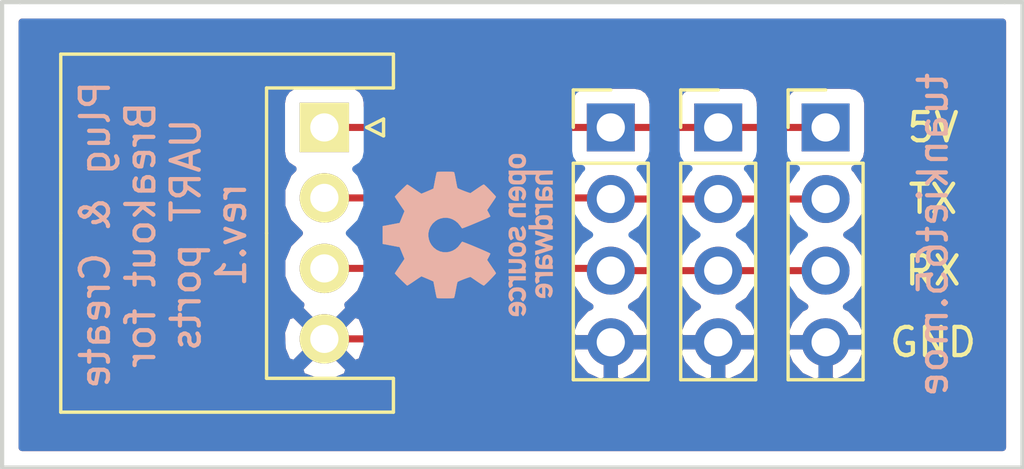
<source format=kicad_pcb>
(kicad_pcb (version 4) (host pcbnew 4.0.7)

  (general
    (links 12)
    (no_connects 0)
    (area 118.669999 97.85738 155.015001 123.352619)
    (thickness 1.6)
    (drawings 13)
    (tracks 15)
    (zones 0)
    (modules 5)
    (nets 5)
  )

  (page A4)
  (layers
    (0 F.Cu signal)
    (31 B.Cu signal)
    (32 B.Adhes user)
    (33 F.Adhes user)
    (34 B.Paste user)
    (35 F.Paste user)
    (36 B.SilkS user)
    (37 F.SilkS user)
    (38 B.Mask user)
    (39 F.Mask user)
    (40 Dwgs.User user)
    (41 Cmts.User user)
    (42 Eco1.User user)
    (43 Eco2.User user)
    (44 Edge.Cuts user)
    (45 Margin user)
    (46 B.CrtYd user)
    (47 F.CrtYd user)
    (48 B.Fab user)
    (49 F.Fab user hide)
  )

  (setup
    (last_trace_width 0.25)
    (trace_clearance 0.2)
    (zone_clearance 0.508)
    (zone_45_only no)
    (trace_min 0.2)
    (segment_width 0.2)
    (edge_width 0.15)
    (via_size 0.6)
    (via_drill 0.4)
    (via_min_size 0.4)
    (via_min_drill 0.3)
    (uvia_size 0.3)
    (uvia_drill 0.1)
    (uvias_allowed no)
    (uvia_min_size 0.2)
    (uvia_min_drill 0.1)
    (pcb_text_width 0.3)
    (pcb_text_size 1.5 1.5)
    (mod_edge_width 0.15)
    (mod_text_size 1 1)
    (mod_text_width 0.15)
    (pad_size 1.524 1.524)
    (pad_drill 0.762)
    (pad_to_mask_clearance 0.2)
    (aux_axis_origin 118.745 118.11)
    (visible_elements 7FFFFF7F)
    (pcbplotparams
      (layerselection 0x010fc_80000001)
      (usegerberextensions true)
      (excludeedgelayer true)
      (linewidth 0.100000)
      (plotframeref false)
      (viasonmask false)
      (mode 1)
      (useauxorigin true)
      (hpglpennumber 1)
      (hpglpenspeed 20)
      (hpglpendiameter 15)
      (hpglpenoverlay 2)
      (psnegative false)
      (psa4output false)
      (plotreference false)
      (plotvalue false)
      (plotinvisibletext false)
      (padsonsilk false)
      (subtractmaskfromsilk true)
      (outputformat 1)
      (mirror false)
      (drillshape 0)
      (scaleselection 1)
      (outputdirectory ../gerber/breakout_uart/))
  )

  (net 0 "")
  (net 1 "Net-(J1-Pad1)")
  (net 2 "Net-(J1-Pad2)")
  (net 3 "Net-(J1-Pad3)")
  (net 4 GND)

  (net_class Default "This is the default net class."
    (clearance 0.2)
    (trace_width 0.25)
    (via_dia 0.6)
    (via_drill 0.4)
    (uvia_dia 0.3)
    (uvia_drill 0.1)
    (add_net GND)
    (add_net "Net-(J1-Pad1)")
    (add_net "Net-(J1-Pad2)")
    (add_net "Net-(J1-Pad3)")
  )

  (module Connectors_JST:JST_XH_S04B-XH-A_04x2.50mm_Angled (layer F.Cu) (tedit 59DAEAC3) (tstamp 59DAE29B)
    (at 130.175 106.045 270)
    (descr "JST XH series connector, S04B-XH-A, side entry type, through hole")
    (tags "connector jst xh tht side horizontal angled 2.50mm")
    (path /59DAE1F4)
    (fp_text reference J1 (at 3.75 -3.5 270) (layer F.SilkS) hide
      (effects (font (size 1 1) (thickness 0.15)))
    )
    (fp_text value Master (at 3.75 10.3 270) (layer F.Fab)
      (effects (font (size 1 1) (thickness 0.15)))
    )
    (fp_line (start -2.45 -2.3) (end -2.45 9.2) (layer F.Fab) (width 0.1))
    (fp_line (start -2.45 9.2) (end 9.95 9.2) (layer F.Fab) (width 0.1))
    (fp_line (start 9.95 9.2) (end 9.95 -2.3) (layer F.Fab) (width 0.1))
    (fp_line (start 9.95 -2.3) (end -2.45 -2.3) (layer F.Fab) (width 0.1))
    (fp_line (start -2.95 -2.8) (end -2.95 9.7) (layer F.CrtYd) (width 0.05))
    (fp_line (start -2.95 9.7) (end 10.45 9.7) (layer F.CrtYd) (width 0.05))
    (fp_line (start 10.45 9.7) (end 10.45 -2.8) (layer F.CrtYd) (width 0.05))
    (fp_line (start 10.45 -2.8) (end -2.95 -2.8) (layer F.CrtYd) (width 0.05))
    (fp_line (start 3.75 9.35) (end -2.6 9.35) (layer F.SilkS) (width 0.12))
    (fp_line (start -2.6 9.35) (end -2.6 -2.45) (layer F.SilkS) (width 0.12))
    (fp_line (start -2.6 -2.45) (end -1.4 -2.45) (layer F.SilkS) (width 0.12))
    (fp_line (start -1.4 -2.45) (end -1.4 2.05) (layer F.SilkS) (width 0.12))
    (fp_line (start -1.4 2.05) (end 3.75 2.05) (layer F.SilkS) (width 0.12))
    (fp_line (start 3.75 9.35) (end 10.1 9.35) (layer F.SilkS) (width 0.12))
    (fp_line (start 10.1 9.35) (end 10.1 -2.45) (layer F.SilkS) (width 0.12))
    (fp_line (start 10.1 -2.45) (end 8.9 -2.45) (layer F.SilkS) (width 0.12))
    (fp_line (start 8.9 -2.45) (end 8.9 2.05) (layer F.SilkS) (width 0.12))
    (fp_line (start 8.9 2.05) (end 3.75 2.05) (layer F.SilkS) (width 0.12))
    (fp_line (start -0.25 3.45) (end -0.25 8.7) (layer F.Fab) (width 0.1))
    (fp_line (start -0.25 8.7) (end 0.25 8.7) (layer F.Fab) (width 0.1))
    (fp_line (start 0.25 8.7) (end 0.25 3.45) (layer F.Fab) (width 0.1))
    (fp_line (start 0.25 3.45) (end -0.25 3.45) (layer F.Fab) (width 0.1))
    (fp_line (start 2.25 3.45) (end 2.25 8.7) (layer F.Fab) (width 0.1))
    (fp_line (start 2.25 8.7) (end 2.75 8.7) (layer F.Fab) (width 0.1))
    (fp_line (start 2.75 8.7) (end 2.75 3.45) (layer F.Fab) (width 0.1))
    (fp_line (start 2.75 3.45) (end 2.25 3.45) (layer F.Fab) (width 0.1))
    (fp_line (start 4.75 3.45) (end 4.75 8.7) (layer F.Fab) (width 0.1))
    (fp_line (start 4.75 8.7) (end 5.25 8.7) (layer F.Fab) (width 0.1))
    (fp_line (start 5.25 8.7) (end 5.25 3.45) (layer F.Fab) (width 0.1))
    (fp_line (start 5.25 3.45) (end 4.75 3.45) (layer F.Fab) (width 0.1))
    (fp_line (start 7.25 3.45) (end 7.25 8.7) (layer F.Fab) (width 0.1))
    (fp_line (start 7.25 8.7) (end 7.75 8.7) (layer F.Fab) (width 0.1))
    (fp_line (start 7.75 8.7) (end 7.75 3.45) (layer F.Fab) (width 0.1))
    (fp_line (start 7.75 3.45) (end 7.25 3.45) (layer F.Fab) (width 0.1))
    (fp_line (start 0 -1.5) (end -0.3 -2.1) (layer F.SilkS) (width 0.12))
    (fp_line (start -0.3 -2.1) (end 0.3 -2.1) (layer F.SilkS) (width 0.12))
    (fp_line (start 0.3 -2.1) (end 0 -1.5) (layer F.SilkS) (width 0.12))
    (fp_line (start 0 -1.5) (end -0.3 -2.1) (layer F.Fab) (width 0.1))
    (fp_line (start -0.3 -2.1) (end 0.3 -2.1) (layer F.Fab) (width 0.1))
    (fp_line (start 0.3 -2.1) (end 0 -1.5) (layer F.Fab) (width 0.1))
    (fp_text user %R (at 3.75 2.25 270) (layer F.Fab)
      (effects (font (size 1 1) (thickness 0.15)))
    )
    (pad 1 thru_hole rect (at 0 0 270) (size 1.75 1.75) (drill 1) (layers *.Cu *.Mask F.SilkS)
      (net 1 "Net-(J1-Pad1)"))
    (pad 2 thru_hole circle (at 2.5 0 270) (size 1.75 1.75) (drill 1) (layers *.Cu *.Mask F.SilkS)
      (net 2 "Net-(J1-Pad2)"))
    (pad 3 thru_hole circle (at 5 0 270) (size 1.75 1.75) (drill 1) (layers *.Cu *.Mask F.SilkS)
      (net 3 "Net-(J1-Pad3)"))
    (pad 4 thru_hole circle (at 7.5 0 270) (size 1.75 1.75) (drill 1) (layers *.Cu *.Mask F.SilkS)
      (net 4 GND))
    (model Connectors_JST.3dshapes/JST_XH_S04B-XH-A_04x2.50mm_Angled.wrl
      (at (xyz 0 0 0))
      (scale (xyz 1 1 1))
      (rotate (xyz 0 0 0))
    )
  )

  (module Pin_Headers:Pin_Header_Straight_1x04_Pitch2.54mm (layer F.Cu) (tedit 59DAEAD2) (tstamp 59DAE2F1)
    (at 147.955 106.045)
    (descr "Through hole straight pin header, 1x04, 2.54mm pitch, single row")
    (tags "Through hole pin header THT 1x04 2.54mm single row")
    (path /59DAE343)
    (fp_text reference J2 (at 0 -2.33) (layer F.SilkS) hide
      (effects (font (size 1 1) (thickness 0.15)))
    )
    (fp_text value Slave1 (at 0 9.95) (layer F.Fab)
      (effects (font (size 1 1) (thickness 0.15)))
    )
    (fp_line (start -0.635 -1.27) (end 1.27 -1.27) (layer F.Fab) (width 0.1))
    (fp_line (start 1.27 -1.27) (end 1.27 8.89) (layer F.Fab) (width 0.1))
    (fp_line (start 1.27 8.89) (end -1.27 8.89) (layer F.Fab) (width 0.1))
    (fp_line (start -1.27 8.89) (end -1.27 -0.635) (layer F.Fab) (width 0.1))
    (fp_line (start -1.27 -0.635) (end -0.635 -1.27) (layer F.Fab) (width 0.1))
    (fp_line (start -1.33 8.95) (end 1.33 8.95) (layer F.SilkS) (width 0.12))
    (fp_line (start -1.33 1.27) (end -1.33 8.95) (layer F.SilkS) (width 0.12))
    (fp_line (start 1.33 1.27) (end 1.33 8.95) (layer F.SilkS) (width 0.12))
    (fp_line (start -1.33 1.27) (end 1.33 1.27) (layer F.SilkS) (width 0.12))
    (fp_line (start -1.33 0) (end -1.33 -1.33) (layer F.SilkS) (width 0.12))
    (fp_line (start -1.33 -1.33) (end 0 -1.33) (layer F.SilkS) (width 0.12))
    (fp_line (start -1.8 -1.8) (end -1.8 9.4) (layer F.CrtYd) (width 0.05))
    (fp_line (start -1.8 9.4) (end 1.8 9.4) (layer F.CrtYd) (width 0.05))
    (fp_line (start 1.8 9.4) (end 1.8 -1.8) (layer F.CrtYd) (width 0.05))
    (fp_line (start 1.8 -1.8) (end -1.8 -1.8) (layer F.CrtYd) (width 0.05))
    (fp_text user %R (at 0 3.81 90) (layer F.Fab)
      (effects (font (size 1 1) (thickness 0.15)))
    )
    (pad 1 thru_hole rect (at 0 0) (size 1.7 1.7) (drill 1) (layers *.Cu *.Mask)
      (net 1 "Net-(J1-Pad1)"))
    (pad 2 thru_hole oval (at 0 2.54) (size 1.7 1.7) (drill 1) (layers *.Cu *.Mask)
      (net 2 "Net-(J1-Pad2)"))
    (pad 3 thru_hole oval (at 0 5.08) (size 1.7 1.7) (drill 1) (layers *.Cu *.Mask)
      (net 3 "Net-(J1-Pad3)"))
    (pad 4 thru_hole oval (at 0 7.62) (size 1.7 1.7) (drill 1) (layers *.Cu *.Mask)
      (net 4 GND))
    (model ${KISYS3DMOD}/Pin_Headers.3dshapes/Pin_Header_Straight_1x04_Pitch2.54mm.wrl
      (at (xyz 0 0 0))
      (scale (xyz 1 1 1))
      (rotate (xyz 0 0 0))
    )
  )

  (module Pin_Headers:Pin_Header_Straight_1x04_Pitch2.54mm (layer F.Cu) (tedit 59DAEAC7) (tstamp 59DAE2F8)
    (at 140.335 106.045)
    (descr "Through hole straight pin header, 1x04, 2.54mm pitch, single row")
    (tags "Through hole pin header THT 1x04 2.54mm single row")
    (path /59DAE399)
    (fp_text reference J3 (at 0 -2.33) (layer F.SilkS) hide
      (effects (font (size 1 1) (thickness 0.15)))
    )
    (fp_text value Slave2 (at 0 9.95) (layer F.Fab)
      (effects (font (size 1 1) (thickness 0.15)))
    )
    (fp_line (start -0.635 -1.27) (end 1.27 -1.27) (layer F.Fab) (width 0.1))
    (fp_line (start 1.27 -1.27) (end 1.27 8.89) (layer F.Fab) (width 0.1))
    (fp_line (start 1.27 8.89) (end -1.27 8.89) (layer F.Fab) (width 0.1))
    (fp_line (start -1.27 8.89) (end -1.27 -0.635) (layer F.Fab) (width 0.1))
    (fp_line (start -1.27 -0.635) (end -0.635 -1.27) (layer F.Fab) (width 0.1))
    (fp_line (start -1.33 8.95) (end 1.33 8.95) (layer F.SilkS) (width 0.12))
    (fp_line (start -1.33 1.27) (end -1.33 8.95) (layer F.SilkS) (width 0.12))
    (fp_line (start 1.33 1.27) (end 1.33 8.95) (layer F.SilkS) (width 0.12))
    (fp_line (start -1.33 1.27) (end 1.33 1.27) (layer F.SilkS) (width 0.12))
    (fp_line (start -1.33 0) (end -1.33 -1.33) (layer F.SilkS) (width 0.12))
    (fp_line (start -1.33 -1.33) (end 0 -1.33) (layer F.SilkS) (width 0.12))
    (fp_line (start -1.8 -1.8) (end -1.8 9.4) (layer F.CrtYd) (width 0.05))
    (fp_line (start -1.8 9.4) (end 1.8 9.4) (layer F.CrtYd) (width 0.05))
    (fp_line (start 1.8 9.4) (end 1.8 -1.8) (layer F.CrtYd) (width 0.05))
    (fp_line (start 1.8 -1.8) (end -1.8 -1.8) (layer F.CrtYd) (width 0.05))
    (fp_text user %R (at 0 3.81 90) (layer F.Fab)
      (effects (font (size 1 1) (thickness 0.15)))
    )
    (pad 1 thru_hole rect (at 0 0) (size 1.7 1.7) (drill 1) (layers *.Cu *.Mask)
      (net 1 "Net-(J1-Pad1)"))
    (pad 2 thru_hole oval (at 0 2.54) (size 1.7 1.7) (drill 1) (layers *.Cu *.Mask)
      (net 2 "Net-(J1-Pad2)"))
    (pad 3 thru_hole oval (at 0 5.08) (size 1.7 1.7) (drill 1) (layers *.Cu *.Mask)
      (net 3 "Net-(J1-Pad3)"))
    (pad 4 thru_hole oval (at 0 7.62) (size 1.7 1.7) (drill 1) (layers *.Cu *.Mask)
      (net 4 GND))
    (model ${KISYS3DMOD}/Pin_Headers.3dshapes/Pin_Header_Straight_1x04_Pitch2.54mm.wrl
      (at (xyz 0 0 0))
      (scale (xyz 1 1 1))
      (rotate (xyz 0 0 0))
    )
  )

  (module Pin_Headers:Pin_Header_Straight_1x04_Pitch2.54mm (layer F.Cu) (tedit 59DAEACF) (tstamp 59DAE2FF)
    (at 144.145 106.045)
    (descr "Through hole straight pin header, 1x04, 2.54mm pitch, single row")
    (tags "Through hole pin header THT 1x04 2.54mm single row")
    (path /59DAE417)
    (fp_text reference J4 (at 0 -2.33) (layer F.SilkS) hide
      (effects (font (size 1 1) (thickness 0.15)))
    )
    (fp_text value Slave3 (at 0 9.95) (layer F.Fab)
      (effects (font (size 1 1) (thickness 0.15)))
    )
    (fp_line (start -0.635 -1.27) (end 1.27 -1.27) (layer F.Fab) (width 0.1))
    (fp_line (start 1.27 -1.27) (end 1.27 8.89) (layer F.Fab) (width 0.1))
    (fp_line (start 1.27 8.89) (end -1.27 8.89) (layer F.Fab) (width 0.1))
    (fp_line (start -1.27 8.89) (end -1.27 -0.635) (layer F.Fab) (width 0.1))
    (fp_line (start -1.27 -0.635) (end -0.635 -1.27) (layer F.Fab) (width 0.1))
    (fp_line (start -1.33 8.95) (end 1.33 8.95) (layer F.SilkS) (width 0.12))
    (fp_line (start -1.33 1.27) (end -1.33 8.95) (layer F.SilkS) (width 0.12))
    (fp_line (start 1.33 1.27) (end 1.33 8.95) (layer F.SilkS) (width 0.12))
    (fp_line (start -1.33 1.27) (end 1.33 1.27) (layer F.SilkS) (width 0.12))
    (fp_line (start -1.33 0) (end -1.33 -1.33) (layer F.SilkS) (width 0.12))
    (fp_line (start -1.33 -1.33) (end 0 -1.33) (layer F.SilkS) (width 0.12))
    (fp_line (start -1.8 -1.8) (end -1.8 9.4) (layer F.CrtYd) (width 0.05))
    (fp_line (start -1.8 9.4) (end 1.8 9.4) (layer F.CrtYd) (width 0.05))
    (fp_line (start 1.8 9.4) (end 1.8 -1.8) (layer F.CrtYd) (width 0.05))
    (fp_line (start 1.8 -1.8) (end -1.8 -1.8) (layer F.CrtYd) (width 0.05))
    (fp_text user %R (at 0 3.81 90) (layer F.Fab)
      (effects (font (size 1 1) (thickness 0.15)))
    )
    (pad 1 thru_hole rect (at 0 0) (size 1.7 1.7) (drill 1) (layers *.Cu *.Mask)
      (net 1 "Net-(J1-Pad1)"))
    (pad 2 thru_hole oval (at 0 2.54) (size 1.7 1.7) (drill 1) (layers *.Cu *.Mask)
      (net 2 "Net-(J1-Pad2)"))
    (pad 3 thru_hole oval (at 0 5.08) (size 1.7 1.7) (drill 1) (layers *.Cu *.Mask)
      (net 3 "Net-(J1-Pad3)"))
    (pad 4 thru_hole oval (at 0 7.62) (size 1.7 1.7) (drill 1) (layers *.Cu *.Mask)
      (net 4 GND))
    (model ${KISYS3DMOD}/Pin_Headers.3dshapes/Pin_Header_Straight_1x04_Pitch2.54mm.wrl
      (at (xyz 0 0 0))
      (scale (xyz 1 1 1))
      (rotate (xyz 0 0 0))
    )
  )

  (module Symbols:OSHW-Logo_5.7x6mm_SilkScreen (layer B.Cu) (tedit 0) (tstamp 59DD73CE)
    (at 135.255 109.855 270)
    (descr "Open Source Hardware Logo")
    (tags "Logo OSHW")
    (attr virtual)
    (fp_text reference REF*** (at 0 0 270) (layer B.SilkS) hide
      (effects (font (size 1 1) (thickness 0.15)) (justify mirror))
    )
    (fp_text value OSHW-Logo_5.7x6mm_SilkScreen (at 0.75 0 270) (layer B.Fab) hide
      (effects (font (size 1 1) (thickness 0.15)) (justify mirror))
    )
    (fp_poly (pts (xy -1.908759 -1.469184) (xy -1.882247 -1.482282) (xy -1.849553 -1.505106) (xy -1.825725 -1.529996)
      (xy -1.809406 -1.561249) (xy -1.79924 -1.603166) (xy -1.793872 -1.660044) (xy -1.791944 -1.736184)
      (xy -1.791831 -1.768917) (xy -1.792161 -1.840656) (xy -1.793527 -1.891927) (xy -1.7965 -1.927404)
      (xy -1.801649 -1.951763) (xy -1.809543 -1.96968) (xy -1.817757 -1.981902) (xy -1.870187 -2.033905)
      (xy -1.93193 -2.065184) (xy -1.998536 -2.074592) (xy -2.065558 -2.06098) (xy -2.086792 -2.051354)
      (xy -2.137624 -2.024859) (xy -2.137624 -2.440052) (xy -2.100525 -2.420868) (xy -2.051643 -2.406025)
      (xy -1.991561 -2.402222) (xy -1.931564 -2.409243) (xy -1.886256 -2.425013) (xy -1.848675 -2.455047)
      (xy -1.816564 -2.498024) (xy -1.81415 -2.502436) (xy -1.803967 -2.523221) (xy -1.79653 -2.54417)
      (xy -1.791411 -2.569548) (xy -1.788181 -2.603618) (xy -1.786413 -2.650641) (xy -1.785677 -2.714882)
      (xy -1.785544 -2.787176) (xy -1.785544 -3.017822) (xy -1.923861 -3.017822) (xy -1.923861 -2.592533)
      (xy -1.962549 -2.559979) (xy -2.002738 -2.53394) (xy -2.040797 -2.529205) (xy -2.079066 -2.541389)
      (xy -2.099462 -2.55332) (xy -2.114642 -2.570313) (xy -2.125438 -2.595995) (xy -2.132683 -2.633991)
      (xy -2.137208 -2.687926) (xy -2.139844 -2.761425) (xy -2.140772 -2.810347) (xy -2.143911 -3.011535)
      (xy -2.209926 -3.015336) (xy -2.27594 -3.019136) (xy -2.27594 -1.77065) (xy -2.137624 -1.77065)
      (xy -2.134097 -1.840254) (xy -2.122215 -1.888569) (xy -2.10002 -1.918631) (xy -2.065559 -1.933471)
      (xy -2.030742 -1.936436) (xy -1.991329 -1.933028) (xy -1.965171 -1.919617) (xy -1.948814 -1.901896)
      (xy -1.935937 -1.882835) (xy -1.928272 -1.861601) (xy -1.924861 -1.831849) (xy -1.924749 -1.787236)
      (xy -1.925897 -1.74988) (xy -1.928532 -1.693604) (xy -1.932456 -1.656658) (xy -1.939063 -1.633223)
      (xy -1.949749 -1.61748) (xy -1.959833 -1.60838) (xy -2.00197 -1.588537) (xy -2.05184 -1.585332)
      (xy -2.080476 -1.592168) (xy -2.108828 -1.616464) (xy -2.127609 -1.663728) (xy -2.136712 -1.733624)
      (xy -2.137624 -1.77065) (xy -2.27594 -1.77065) (xy -2.27594 -1.458614) (xy -2.206782 -1.458614)
      (xy -2.16526 -1.460256) (xy -2.143838 -1.466087) (xy -2.137626 -1.477461) (xy -2.137624 -1.477798)
      (xy -2.134742 -1.488938) (xy -2.12203 -1.487673) (xy -2.096757 -1.475433) (xy -2.037869 -1.456707)
      (xy -1.971615 -1.454739) (xy -1.908759 -1.469184)) (layer B.SilkS) (width 0.01))
    (fp_poly (pts (xy -1.38421 -2.406555) (xy -1.325055 -2.422339) (xy -1.280023 -2.450948) (xy -1.248246 -2.488419)
      (xy -1.238366 -2.504411) (xy -1.231073 -2.521163) (xy -1.225974 -2.542592) (xy -1.222679 -2.572616)
      (xy -1.220797 -2.615154) (xy -1.219937 -2.674122) (xy -1.219707 -2.75344) (xy -1.219703 -2.774484)
      (xy -1.219703 -3.017822) (xy -1.280059 -3.017822) (xy -1.318557 -3.015126) (xy -1.347023 -3.008295)
      (xy -1.354155 -3.004083) (xy -1.373652 -2.996813) (xy -1.393566 -3.004083) (xy -1.426353 -3.01316)
      (xy -1.473978 -3.016813) (xy -1.526764 -3.015228) (xy -1.575036 -3.008589) (xy -1.603218 -3.000072)
      (xy -1.657753 -2.965063) (xy -1.691835 -2.916479) (xy -1.707157 -2.851882) (xy -1.707299 -2.850223)
      (xy -1.705955 -2.821566) (xy -1.584356 -2.821566) (xy -1.573726 -2.854161) (xy -1.55641 -2.872505)
      (xy -1.521652 -2.886379) (xy -1.475773 -2.891917) (xy -1.428988 -2.889191) (xy -1.391514 -2.878274)
      (xy -1.381015 -2.871269) (xy -1.362668 -2.838904) (xy -1.35802 -2.802111) (xy -1.35802 -2.753763)
      (xy -1.427582 -2.753763) (xy -1.493667 -2.75885) (xy -1.543764 -2.773263) (xy -1.574929 -2.795729)
      (xy -1.584356 -2.821566) (xy -1.705955 -2.821566) (xy -1.703987 -2.779647) (xy -1.68071 -2.723845)
      (xy -1.636948 -2.681647) (xy -1.630899 -2.677808) (xy -1.604907 -2.665309) (xy -1.572735 -2.65774)
      (xy -1.52776 -2.654061) (xy -1.474331 -2.653216) (xy -1.35802 -2.653169) (xy -1.35802 -2.604411)
      (xy -1.362953 -2.566581) (xy -1.375543 -2.541236) (xy -1.377017 -2.539887) (xy -1.405034 -2.5288)
      (xy -1.447326 -2.524503) (xy -1.494064 -2.526615) (xy -1.535418 -2.534756) (xy -1.559957 -2.546965)
      (xy -1.573253 -2.556746) (xy -1.587294 -2.558613) (xy -1.606671 -2.5506) (xy -1.635976 -2.530739)
      (xy -1.679803 -2.497063) (xy -1.683825 -2.493909) (xy -1.681764 -2.482236) (xy -1.664568 -2.462822)
      (xy -1.638433 -2.441248) (xy -1.609552 -2.423096) (xy -1.600478 -2.418809) (xy -1.56738 -2.410256)
      (xy -1.51888 -2.404155) (xy -1.464695 -2.401708) (xy -1.462161 -2.401703) (xy -1.38421 -2.406555)) (layer B.SilkS) (width 0.01))
    (fp_poly (pts (xy -0.993356 -2.40302) (xy -0.974539 -2.40866) (xy -0.968473 -2.421053) (xy -0.968218 -2.426647)
      (xy -0.967129 -2.44223) (xy -0.959632 -2.444676) (xy -0.939381 -2.433993) (xy -0.927351 -2.426694)
      (xy -0.8894 -2.411063) (xy -0.844072 -2.403334) (xy -0.796544 -2.40274) (xy -0.751995 -2.408513)
      (xy -0.715602 -2.419884) (xy -0.692543 -2.436088) (xy -0.687996 -2.456355) (xy -0.690291 -2.461843)
      (xy -0.70702 -2.484626) (xy -0.732963 -2.512647) (xy -0.737655 -2.517177) (xy -0.762383 -2.538005)
      (xy -0.783718 -2.544735) (xy -0.813555 -2.540038) (xy -0.825508 -2.536917) (xy -0.862705 -2.529421)
      (xy -0.888859 -2.532792) (xy -0.910946 -2.544681) (xy -0.931178 -2.560635) (xy -0.946079 -2.5807)
      (xy -0.956434 -2.608702) (xy -0.963029 -2.648467) (xy -0.966649 -2.703823) (xy -0.968078 -2.778594)
      (xy -0.968218 -2.82374) (xy -0.968218 -3.017822) (xy -1.09396 -3.017822) (xy -1.09396 -2.401683)
      (xy -1.031089 -2.401683) (xy -0.993356 -2.40302)) (layer B.SilkS) (width 0.01))
    (fp_poly (pts (xy -0.201188 -3.017822) (xy -0.270346 -3.017822) (xy -0.310488 -3.016645) (xy -0.331394 -3.011772)
      (xy -0.338922 -3.001186) (xy -0.339505 -2.994029) (xy -0.340774 -2.979676) (xy -0.348779 -2.976923)
      (xy -0.369815 -2.985771) (xy -0.386173 -2.994029) (xy -0.448977 -3.013597) (xy -0.517248 -3.014729)
      (xy -0.572752 -3.000135) (xy -0.624438 -2.964877) (xy -0.663838 -2.912835) (xy -0.685413 -2.85145)
      (xy -0.685962 -2.848018) (xy -0.689167 -2.810571) (xy -0.690761 -2.756813) (xy -0.690633 -2.716155)
      (xy -0.553279 -2.716155) (xy -0.550097 -2.770194) (xy -0.542859 -2.814735) (xy -0.53306 -2.839888)
      (xy -0.495989 -2.87426) (xy -0.451974 -2.886582) (xy -0.406584 -2.876618) (xy -0.367797 -2.846895)
      (xy -0.353108 -2.826905) (xy -0.344519 -2.80305) (xy -0.340496 -2.76823) (xy -0.339505 -2.71593)
      (xy -0.341278 -2.664139) (xy -0.345963 -2.618634) (xy -0.352603 -2.588181) (xy -0.35371 -2.585452)
      (xy -0.380491 -2.553) (xy -0.419579 -2.535183) (xy -0.463315 -2.532306) (xy -0.504038 -2.544674)
      (xy -0.534087 -2.572593) (xy -0.537204 -2.578148) (xy -0.546961 -2.612022) (xy -0.552277 -2.660728)
      (xy -0.553279 -2.716155) (xy -0.690633 -2.716155) (xy -0.690568 -2.69554) (xy -0.689664 -2.662563)
      (xy -0.683514 -2.580981) (xy -0.670733 -2.51973) (xy -0.649471 -2.474449) (xy -0.617878 -2.440779)
      (xy -0.587207 -2.421014) (xy -0.544354 -2.40712) (xy -0.491056 -2.402354) (xy -0.43648 -2.406236)
      (xy -0.389792 -2.418282) (xy -0.365124 -2.432693) (xy -0.339505 -2.455878) (xy -0.339505 -2.162773)
      (xy -0.201188 -2.162773) (xy -0.201188 -3.017822)) (layer B.SilkS) (width 0.01))
    (fp_poly (pts (xy 0.281524 -2.404237) (xy 0.331255 -2.407971) (xy 0.461291 -2.797773) (xy 0.481678 -2.728614)
      (xy 0.493946 -2.685874) (xy 0.510085 -2.628115) (xy 0.527512 -2.564625) (xy 0.536726 -2.53057)
      (xy 0.571388 -2.401683) (xy 0.714391 -2.401683) (xy 0.671646 -2.536857) (xy 0.650596 -2.603342)
      (xy 0.625167 -2.683539) (xy 0.59861 -2.767193) (xy 0.574902 -2.841782) (xy 0.520902 -3.011535)
      (xy 0.462598 -3.015328) (xy 0.404295 -3.019122) (xy 0.372679 -2.914734) (xy 0.353182 -2.849889)
      (xy 0.331904 -2.7784) (xy 0.313308 -2.715263) (xy 0.312574 -2.71275) (xy 0.298684 -2.669969)
      (xy 0.286429 -2.640779) (xy 0.277846 -2.629741) (xy 0.276082 -2.631018) (xy 0.269891 -2.64813)
      (xy 0.258128 -2.684787) (xy 0.242225 -2.736378) (xy 0.223614 -2.798294) (xy 0.213543 -2.832352)
      (xy 0.159007 -3.017822) (xy 0.043264 -3.017822) (xy -0.049263 -2.725471) (xy -0.075256 -2.643462)
      (xy -0.098934 -2.568987) (xy -0.11918 -2.505544) (xy -0.134874 -2.456632) (xy -0.144898 -2.425749)
      (xy -0.147945 -2.416726) (xy -0.145533 -2.407487) (xy -0.126592 -2.403441) (xy -0.087177 -2.403846)
      (xy -0.081007 -2.404152) (xy -0.007914 -2.407971) (xy 0.039957 -2.58401) (xy 0.057553 -2.648211)
      (xy 0.073277 -2.704649) (xy 0.085746 -2.748422) (xy 0.093574 -2.77463) (xy 0.09502 -2.778903)
      (xy 0.101014 -2.77399) (xy 0.113101 -2.748532) (xy 0.129893 -2.705997) (xy 0.150003 -2.64985)
      (xy 0.167003 -2.59913) (xy 0.231794 -2.400504) (xy 0.281524 -2.404237)) (layer B.SilkS) (width 0.01))
    (fp_poly (pts (xy 1.038411 -2.405417) (xy 1.091411 -2.41829) (xy 1.106731 -2.42511) (xy 1.136428 -2.442974)
      (xy 1.15922 -2.463093) (xy 1.176083 -2.488962) (xy 1.187998 -2.524073) (xy 1.195942 -2.57192)
      (xy 1.200894 -2.635996) (xy 1.203831 -2.719794) (xy 1.204947 -2.775768) (xy 1.209052 -3.017822)
      (xy 1.138932 -3.017822) (xy 1.096393 -3.016038) (xy 1.074476 -3.009942) (xy 1.068812 -2.999706)
      (xy 1.065821 -2.988637) (xy 1.052451 -2.990754) (xy 1.034233 -2.999629) (xy 0.988624 -3.013233)
      (xy 0.930007 -3.016899) (xy 0.868354 -3.010903) (xy 0.813638 -2.995521) (xy 0.80873 -2.993386)
      (xy 0.758723 -2.958255) (xy 0.725756 -2.909419) (xy 0.710587 -2.852333) (xy 0.711746 -2.831824)
      (xy 0.835508 -2.831824) (xy 0.846413 -2.859425) (xy 0.878745 -2.879204) (xy 0.93091 -2.889819)
      (xy 0.958787 -2.891228) (xy 1.005247 -2.88762) (xy 1.036129 -2.873597) (xy 1.043664 -2.866931)
      (xy 1.064076 -2.830666) (xy 1.068812 -2.797773) (xy 1.068812 -2.753763) (xy 1.007513 -2.753763)
      (xy 0.936256 -2.757395) (xy 0.886276 -2.768818) (xy 0.854696 -2.788824) (xy 0.847626 -2.797743)
      (xy 0.835508 -2.831824) (xy 0.711746 -2.831824) (xy 0.713971 -2.792456) (xy 0.736663 -2.735244)
      (xy 0.767624 -2.69658) (xy 0.786376 -2.679864) (xy 0.804733 -2.668878) (xy 0.828619 -2.66218)
      (xy 0.863957 -2.658326) (xy 0.916669 -2.655873) (xy 0.937577 -2.655168) (xy 1.068812 -2.650879)
      (xy 1.06862 -2.611158) (xy 1.063537 -2.569405) (xy 1.045162 -2.544158) (xy 1.008039 -2.52803)
      (xy 1.007043 -2.527742) (xy 0.95441 -2.5214) (xy 0.902906 -2.529684) (xy 0.86463 -2.549827)
      (xy 0.849272 -2.559773) (xy 0.83273 -2.558397) (xy 0.807275 -2.543987) (xy 0.792328 -2.533817)
      (xy 0.763091 -2.512088) (xy 0.74498 -2.4958) (xy 0.742074 -2.491137) (xy 0.75404 -2.467005)
      (xy 0.789396 -2.438185) (xy 0.804753 -2.428461) (xy 0.848901 -2.411714) (xy 0.908398 -2.402227)
      (xy 0.974487 -2.400095) (xy 1.038411 -2.405417)) (layer B.SilkS) (width 0.01))
    (fp_poly (pts (xy 1.635255 -2.401486) (xy 1.683595 -2.411015) (xy 1.711114 -2.425125) (xy 1.740064 -2.448568)
      (xy 1.698876 -2.500571) (xy 1.673482 -2.532064) (xy 1.656238 -2.547428) (xy 1.639102 -2.549776)
      (xy 1.614027 -2.542217) (xy 1.602257 -2.537941) (xy 1.55427 -2.531631) (xy 1.510324 -2.545156)
      (xy 1.47806 -2.57571) (xy 1.472819 -2.585452) (xy 1.467112 -2.611258) (xy 1.462706 -2.658817)
      (xy 1.459811 -2.724758) (xy 1.458631 -2.80571) (xy 1.458614 -2.817226) (xy 1.458614 -3.017822)
      (xy 1.320297 -3.017822) (xy 1.320297 -2.401683) (xy 1.389456 -2.401683) (xy 1.429333 -2.402725)
      (xy 1.450107 -2.407358) (xy 1.457789 -2.417849) (xy 1.458614 -2.427745) (xy 1.458614 -2.453806)
      (xy 1.491745 -2.427745) (xy 1.529735 -2.409965) (xy 1.58077 -2.401174) (xy 1.635255 -2.401486)) (layer B.SilkS) (width 0.01))
    (fp_poly (pts (xy 2.032581 -2.40497) (xy 2.092685 -2.420597) (xy 2.143021 -2.452848) (xy 2.167393 -2.47694)
      (xy 2.207345 -2.533895) (xy 2.230242 -2.599965) (xy 2.238108 -2.681182) (xy 2.238148 -2.687748)
      (xy 2.238218 -2.753763) (xy 1.858264 -2.753763) (xy 1.866363 -2.788342) (xy 1.880987 -2.819659)
      (xy 1.906581 -2.852291) (xy 1.911935 -2.8575) (xy 1.957943 -2.885694) (xy 2.01041 -2.890475)
      (xy 2.070803 -2.871926) (xy 2.08104 -2.866931) (xy 2.112439 -2.851745) (xy 2.13347 -2.843094)
      (xy 2.137139 -2.842293) (xy 2.149948 -2.850063) (xy 2.174378 -2.869072) (xy 2.186779 -2.87946)
      (xy 2.212476 -2.903321) (xy 2.220915 -2.919077) (xy 2.215058 -2.933571) (xy 2.211928 -2.937534)
      (xy 2.190725 -2.954879) (xy 2.155738 -2.975959) (xy 2.131337 -2.988265) (xy 2.062072 -3.009946)
      (xy 1.985388 -3.016971) (xy 1.912765 -3.008647) (xy 1.892426 -3.002686) (xy 1.829476 -2.968952)
      (xy 1.782815 -2.917045) (xy 1.752173 -2.846459) (xy 1.737282 -2.756692) (xy 1.735647 -2.709753)
      (xy 1.740421 -2.641413) (xy 1.86099 -2.641413) (xy 1.872652 -2.646465) (xy 1.903998 -2.650429)
      (xy 1.949571 -2.652768) (xy 1.980446 -2.653169) (xy 2.035981 -2.652783) (xy 2.071033 -2.650975)
      (xy 2.090262 -2.646773) (xy 2.09833 -2.639203) (xy 2.099901 -2.628218) (xy 2.089121 -2.594381)
      (xy 2.06198 -2.56094) (xy 2.026277 -2.535272) (xy 1.99056 -2.524772) (xy 1.942048 -2.534086)
      (xy 1.900053 -2.561013) (xy 1.870936 -2.599827) (xy 1.86099 -2.641413) (xy 1.740421 -2.641413)
      (xy 1.742599 -2.610236) (xy 1.764055 -2.530949) (xy 1.80047 -2.471263) (xy 1.852297 -2.430549)
      (xy 1.91999 -2.408179) (xy 1.956662 -2.403871) (xy 2.032581 -2.40497)) (layer B.SilkS) (width 0.01))
    (fp_poly (pts (xy -2.538261 -1.465148) (xy -2.472479 -1.494231) (xy -2.42254 -1.542793) (xy -2.388374 -1.610908)
      (xy -2.369907 -1.698651) (xy -2.368583 -1.712351) (xy -2.367546 -1.808939) (xy -2.380993 -1.893602)
      (xy -2.408108 -1.962221) (xy -2.422627 -1.984294) (xy -2.473201 -2.031011) (xy -2.537609 -2.061268)
      (xy -2.609666 -2.073824) (xy -2.683185 -2.067439) (xy -2.739072 -2.047772) (xy -2.787132 -2.014629)
      (xy -2.826412 -1.971175) (xy -2.827092 -1.970158) (xy -2.843044 -1.943338) (xy -2.85341 -1.916368)
      (xy -2.859688 -1.882332) (xy -2.863373 -1.83431) (xy -2.864997 -1.794931) (xy -2.865672 -1.759219)
      (xy -2.739955 -1.759219) (xy -2.738726 -1.79477) (xy -2.734266 -1.842094) (xy -2.726397 -1.872465)
      (xy -2.712207 -1.894072) (xy -2.698917 -1.906694) (xy -2.651802 -1.933122) (xy -2.602505 -1.936653)
      (xy -2.556593 -1.917639) (xy -2.533638 -1.896331) (xy -2.517096 -1.874859) (xy -2.507421 -1.854313)
      (xy -2.503174 -1.827574) (xy -2.50292 -1.787523) (xy -2.504228 -1.750638) (xy -2.507043 -1.697947)
      (xy -2.511505 -1.663772) (xy -2.519548 -1.64148) (xy -2.533103 -1.624442) (xy -2.543845 -1.614703)
      (xy -2.588777 -1.589123) (xy -2.637249 -1.587847) (xy -2.677894 -1.602999) (xy -2.712567 -1.634642)
      (xy -2.733224 -1.68662) (xy -2.739955 -1.759219) (xy -2.865672 -1.759219) (xy -2.866479 -1.716621)
      (xy -2.863948 -1.658056) (xy -2.856362 -1.614007) (xy -2.842681 -1.579248) (xy -2.821865 -1.548551)
      (xy -2.814147 -1.539436) (xy -2.765889 -1.494021) (xy -2.714128 -1.467493) (xy -2.650828 -1.456379)
      (xy -2.619961 -1.455471) (xy -2.538261 -1.465148)) (layer B.SilkS) (width 0.01))
    (fp_poly (pts (xy -1.356699 -1.472614) (xy -1.344168 -1.478514) (xy -1.300799 -1.510283) (xy -1.25979 -1.556646)
      (xy -1.229168 -1.607696) (xy -1.220459 -1.631166) (xy -1.212512 -1.673091) (xy -1.207774 -1.723757)
      (xy -1.207199 -1.744679) (xy -1.207129 -1.810693) (xy -1.587083 -1.810693) (xy -1.578983 -1.845273)
      (xy -1.559104 -1.88617) (xy -1.524347 -1.921514) (xy -1.482998 -1.944282) (xy -1.456649 -1.94901)
      (xy -1.420916 -1.943273) (xy -1.378282 -1.928882) (xy -1.363799 -1.922262) (xy -1.31024 -1.895513)
      (xy -1.264533 -1.930376) (xy -1.238158 -1.953955) (xy -1.224124 -1.973417) (xy -1.223414 -1.979129)
      (xy -1.235951 -1.992973) (xy -1.263428 -2.014012) (xy -1.288366 -2.030425) (xy -1.355664 -2.05993)
      (xy -1.43111 -2.073284) (xy -1.505888 -2.069812) (xy -1.565495 -2.051663) (xy -1.626941 -2.012784)
      (xy -1.670608 -1.961595) (xy -1.697926 -1.895367) (xy -1.710322 -1.811371) (xy -1.711421 -1.772936)
      (xy -1.707022 -1.684861) (xy -1.706482 -1.682299) (xy -1.580582 -1.682299) (xy -1.577115 -1.690558)
      (xy -1.562863 -1.695113) (xy -1.53347 -1.697065) (xy -1.484575 -1.697517) (xy -1.465748 -1.697525)
      (xy -1.408467 -1.696843) (xy -1.372141 -1.694364) (xy -1.352604 -1.689443) (xy -1.34569 -1.681434)
      (xy -1.345445 -1.678862) (xy -1.353336 -1.658423) (xy -1.373085 -1.629789) (xy -1.381575 -1.619763)
      (xy -1.413094 -1.591408) (xy -1.445949 -1.580259) (xy -1.463651 -1.579327) (xy -1.511539 -1.590981)
      (xy -1.551699 -1.622285) (xy -1.577173 -1.667752) (xy -1.577625 -1.669233) (xy -1.580582 -1.682299)
      (xy -1.706482 -1.682299) (xy -1.692392 -1.61551) (xy -1.666038 -1.560025) (xy -1.633807 -1.520639)
      (xy -1.574217 -1.477931) (xy -1.504168 -1.455109) (xy -1.429661 -1.453046) (xy -1.356699 -1.472614)) (layer B.SilkS) (width 0.01))
    (fp_poly (pts (xy 0.014017 -1.456452) (xy 0.061634 -1.465482) (xy 0.111034 -1.48437) (xy 0.116312 -1.486777)
      (xy 0.153774 -1.506476) (xy 0.179717 -1.524781) (xy 0.188103 -1.536508) (xy 0.180117 -1.555632)
      (xy 0.16072 -1.58385) (xy 0.15211 -1.594384) (xy 0.116628 -1.635847) (xy 0.070885 -1.608858)
      (xy 0.02735 -1.590878) (xy -0.02295 -1.581267) (xy -0.071188 -1.58066) (xy -0.108533 -1.589691)
      (xy -0.117495 -1.595327) (xy -0.134563 -1.621171) (xy -0.136637 -1.650941) (xy -0.123866 -1.674197)
      (xy -0.116312 -1.678708) (xy -0.093675 -1.684309) (xy -0.053885 -1.690892) (xy -0.004834 -1.697183)
      (xy 0.004215 -1.69817) (xy 0.082996 -1.711798) (xy 0.140136 -1.734946) (xy 0.17803 -1.769752)
      (xy 0.199079 -1.818354) (xy 0.205635 -1.877718) (xy 0.196577 -1.945198) (xy 0.167164 -1.998188)
      (xy 0.117278 -2.036783) (xy 0.0468 -2.061081) (xy -0.031435 -2.070667) (xy -0.095234 -2.070552)
      (xy -0.146984 -2.061845) (xy -0.182327 -2.049825) (xy -0.226983 -2.02888) (xy -0.268253 -2.004574)
      (xy -0.282921 -1.993876) (xy -0.320643 -1.963084) (xy -0.275148 -1.917049) (xy -0.229653 -1.871013)
      (xy -0.177928 -1.905243) (xy -0.126048 -1.930952) (xy -0.070649 -1.944399) (xy -0.017395 -1.945818)
      (xy 0.028049 -1.935443) (xy 0.060016 -1.913507) (xy 0.070338 -1.894998) (xy 0.068789 -1.865314)
      (xy 0.04314 -1.842615) (xy -0.00654 -1.82694) (xy -0.060969 -1.819695) (xy -0.144736 -1.805873)
      (xy -0.206967 -1.779796) (xy -0.248493 -1.740699) (xy -0.270147 -1.68782) (xy -0.273147 -1.625126)
      (xy -0.258329 -1.559642) (xy -0.224546 -1.510144) (xy -0.171495 -1.476408) (xy -0.098874 -1.458207)
      (xy -0.045072 -1.454639) (xy 0.014017 -1.456452)) (layer B.SilkS) (width 0.01))
    (fp_poly (pts (xy 0.610762 -1.466055) (xy 0.674363 -1.500692) (xy 0.724123 -1.555372) (xy 0.747568 -1.599842)
      (xy 0.757634 -1.639121) (xy 0.764156 -1.695116) (xy 0.766951 -1.759621) (xy 0.765836 -1.824429)
      (xy 0.760626 -1.881334) (xy 0.754541 -1.911727) (xy 0.734014 -1.953306) (xy 0.698463 -1.997468)
      (xy 0.655619 -2.036087) (xy 0.613211 -2.061034) (xy 0.612177 -2.06143) (xy 0.559553 -2.072331)
      (xy 0.497188 -2.072601) (xy 0.437924 -2.062676) (xy 0.41504 -2.054722) (xy 0.356102 -2.0213)
      (xy 0.31389 -1.977511) (xy 0.286156 -1.919538) (xy 0.270651 -1.843565) (xy 0.267143 -1.803771)
      (xy 0.26759 -1.753766) (xy 0.402376 -1.753766) (xy 0.406917 -1.826732) (xy 0.419986 -1.882334)
      (xy 0.440756 -1.917861) (xy 0.455552 -1.92802) (xy 0.493464 -1.935104) (xy 0.538527 -1.933007)
      (xy 0.577487 -1.922812) (xy 0.587704 -1.917204) (xy 0.614659 -1.884538) (xy 0.632451 -1.834545)
      (xy 0.640024 -1.773705) (xy 0.636325 -1.708497) (xy 0.628057 -1.669253) (xy 0.60432 -1.623805)
      (xy 0.566849 -1.595396) (xy 0.52172 -1.585573) (xy 0.475011 -1.595887) (xy 0.439132 -1.621112)
      (xy 0.420277 -1.641925) (xy 0.409272 -1.662439) (xy 0.404026 -1.690203) (xy 0.402449 -1.732762)
      (xy 0.402376 -1.753766) (xy 0.26759 -1.753766) (xy 0.268094 -1.69758) (xy 0.285388 -1.610501)
      (xy 0.319029 -1.54253) (xy 0.369018 -1.493664) (xy 0.435356 -1.463899) (xy 0.449601 -1.460448)
      (xy 0.53521 -1.452345) (xy 0.610762 -1.466055)) (layer B.SilkS) (width 0.01))
    (fp_poly (pts (xy 0.993367 -1.654342) (xy 0.994555 -1.746563) (xy 0.998897 -1.81661) (xy 1.007558 -1.867381)
      (xy 1.021704 -1.901772) (xy 1.0425 -1.922679) (xy 1.07111 -1.933) (xy 1.106535 -1.935636)
      (xy 1.143636 -1.932682) (xy 1.171818 -1.921889) (xy 1.192243 -1.90036) (xy 1.206079 -1.865199)
      (xy 1.214491 -1.81351) (xy 1.218643 -1.742394) (xy 1.219703 -1.654342) (xy 1.219703 -1.458614)
      (xy 1.35802 -1.458614) (xy 1.35802 -2.062179) (xy 1.288862 -2.062179) (xy 1.24717 -2.060489)
      (xy 1.225701 -2.054556) (xy 1.219703 -2.043293) (xy 1.216091 -2.033261) (xy 1.201714 -2.035383)
      (xy 1.172736 -2.04958) (xy 1.106319 -2.07148) (xy 1.035875 -2.069928) (xy 0.968377 -2.046147)
      (xy 0.936233 -2.027362) (xy 0.911715 -2.007022) (xy 0.893804 -1.981573) (xy 0.881479 -1.947458)
      (xy 0.873723 -1.901121) (xy 0.869516 -1.839007) (xy 0.86784 -1.757561) (xy 0.867624 -1.694578)
      (xy 0.867624 -1.458614) (xy 0.993367 -1.458614) (xy 0.993367 -1.654342)) (layer B.SilkS) (width 0.01))
    (fp_poly (pts (xy 2.217226 -1.46388) (xy 2.29008 -1.49483) (xy 2.313027 -1.509895) (xy 2.342354 -1.533048)
      (xy 2.360764 -1.551253) (xy 2.363961 -1.557183) (xy 2.354935 -1.57034) (xy 2.331837 -1.592667)
      (xy 2.313344 -1.60825) (xy 2.262728 -1.648926) (xy 2.22276 -1.615295) (xy 2.191874 -1.593584)
      (xy 2.161759 -1.58609) (xy 2.127292 -1.58792) (xy 2.072561 -1.601528) (xy 2.034886 -1.629772)
      (xy 2.011991 -1.675433) (xy 2.001597 -1.741289) (xy 2.001595 -1.741331) (xy 2.002494 -1.814939)
      (xy 2.016463 -1.868946) (xy 2.044328 -1.905716) (xy 2.063325 -1.918168) (xy 2.113776 -1.933673)
      (xy 2.167663 -1.933683) (xy 2.214546 -1.918638) (xy 2.225644 -1.911287) (xy 2.253476 -1.892511)
      (xy 2.275236 -1.889434) (xy 2.298704 -1.903409) (xy 2.324649 -1.92851) (xy 2.365716 -1.97088)
      (xy 2.320121 -2.008464) (xy 2.249674 -2.050882) (xy 2.170233 -2.071785) (xy 2.087215 -2.070272)
      (xy 2.032694 -2.056411) (xy 1.96897 -2.022135) (xy 1.918005 -1.968212) (xy 1.894851 -1.930149)
      (xy 1.876099 -1.875536) (xy 1.866715 -1.806369) (xy 1.866643 -1.731407) (xy 1.875824 -1.659409)
      (xy 1.894199 -1.599137) (xy 1.897093 -1.592958) (xy 1.939952 -1.532351) (xy 1.997979 -1.488224)
      (xy 2.066591 -1.461493) (xy 2.141201 -1.453073) (xy 2.217226 -1.46388)) (layer B.SilkS) (width 0.01))
    (fp_poly (pts (xy 2.677898 -1.456457) (xy 2.710096 -1.464279) (xy 2.771825 -1.492921) (xy 2.82461 -1.536667)
      (xy 2.861141 -1.589117) (xy 2.86616 -1.600893) (xy 2.873045 -1.63174) (xy 2.877864 -1.677371)
      (xy 2.879505 -1.723492) (xy 2.879505 -1.810693) (xy 2.697178 -1.810693) (xy 2.621979 -1.810978)
      (xy 2.569003 -1.812704) (xy 2.535325 -1.817181) (xy 2.51802 -1.82572) (xy 2.514163 -1.83963)
      (xy 2.520829 -1.860222) (xy 2.53277 -1.884315) (xy 2.56608 -1.924525) (xy 2.612368 -1.944558)
      (xy 2.668944 -1.943905) (xy 2.733031 -1.922101) (xy 2.788417 -1.895193) (xy 2.834375 -1.931532)
      (xy 2.880333 -1.967872) (xy 2.837096 -2.007819) (xy 2.779374 -2.045563) (xy 2.708386 -2.06832)
      (xy 2.632029 -2.074688) (xy 2.558199 -2.063268) (xy 2.546287 -2.059393) (xy 2.481399 -2.025506)
      (xy 2.43313 -1.974986) (xy 2.400465 -1.906325) (xy 2.382385 -1.818014) (xy 2.382175 -1.816121)
      (xy 2.380556 -1.719878) (xy 2.3871 -1.685542) (xy 2.514852 -1.685542) (xy 2.526584 -1.690822)
      (xy 2.558438 -1.694867) (xy 2.605397 -1.697176) (xy 2.635154 -1.697525) (xy 2.690648 -1.697306)
      (xy 2.725346 -1.695916) (xy 2.743601 -1.692251) (xy 2.749766 -1.68521) (xy 2.748195 -1.67369)
      (xy 2.746878 -1.669233) (xy 2.724382 -1.627355) (xy 2.689003 -1.593604) (xy 2.65778 -1.578773)
      (xy 2.616301 -1.579668) (xy 2.574269 -1.598164) (xy 2.539012 -1.628786) (xy 2.517854 -1.666062)
      (xy 2.514852 -1.685542) (xy 2.3871 -1.685542) (xy 2.39669 -1.635229) (xy 2.428698 -1.564191)
      (xy 2.474701 -1.508779) (xy 2.532821 -1.471009) (xy 2.60118 -1.452896) (xy 2.677898 -1.456457)) (layer B.SilkS) (width 0.01))
    (fp_poly (pts (xy -0.754012 -1.469002) (xy -0.722717 -1.48395) (xy -0.692409 -1.505541) (xy -0.669318 -1.530391)
      (xy -0.6525 -1.562087) (xy -0.641006 -1.604214) (xy -0.633891 -1.660358) (xy -0.630207 -1.734106)
      (xy -0.629008 -1.829044) (xy -0.628989 -1.838985) (xy -0.628713 -2.062179) (xy -0.76703 -2.062179)
      (xy -0.76703 -1.856418) (xy -0.767128 -1.780189) (xy -0.767809 -1.724939) (xy -0.769651 -1.686501)
      (xy -0.773233 -1.660706) (xy -0.779132 -1.643384) (xy -0.787927 -1.630368) (xy -0.80018 -1.617507)
      (xy -0.843047 -1.589873) (xy -0.889843 -1.584745) (xy -0.934424 -1.602217) (xy -0.949928 -1.615221)
      (xy -0.96131 -1.627447) (xy -0.969481 -1.64054) (xy -0.974974 -1.658615) (xy -0.97832 -1.685787)
      (xy -0.980051 -1.72617) (xy -0.980697 -1.783879) (xy -0.980792 -1.854132) (xy -0.980792 -2.062179)
      (xy -1.119109 -2.062179) (xy -1.119109 -1.458614) (xy -1.04995 -1.458614) (xy -1.008428 -1.460256)
      (xy -0.987006 -1.466087) (xy -0.980795 -1.477461) (xy -0.980792 -1.477798) (xy -0.97791 -1.488938)
      (xy -0.965199 -1.487674) (xy -0.939926 -1.475434) (xy -0.882605 -1.457424) (xy -0.817037 -1.455421)
      (xy -0.754012 -1.469002)) (layer B.SilkS) (width 0.01))
    (fp_poly (pts (xy 1.79946 -1.45803) (xy 1.842711 -1.471245) (xy 1.870558 -1.487941) (xy 1.879629 -1.501145)
      (xy 1.877132 -1.516797) (xy 1.860931 -1.541385) (xy 1.847232 -1.5588) (xy 1.818992 -1.590283)
      (xy 1.797775 -1.603529) (xy 1.779688 -1.602664) (xy 1.726035 -1.58901) (xy 1.68663 -1.58963)
      (xy 1.654632 -1.605104) (xy 1.64389 -1.614161) (xy 1.609505 -1.646027) (xy 1.609505 -2.062179)
      (xy 1.471188 -2.062179) (xy 1.471188 -1.458614) (xy 1.540347 -1.458614) (xy 1.581869 -1.460256)
      (xy 1.603291 -1.466087) (xy 1.609502 -1.477461) (xy 1.609505 -1.477798) (xy 1.612439 -1.489713)
      (xy 1.625704 -1.488159) (xy 1.644084 -1.479563) (xy 1.682046 -1.463568) (xy 1.712872 -1.453945)
      (xy 1.752536 -1.451478) (xy 1.79946 -1.45803)) (layer B.SilkS) (width 0.01))
    (fp_poly (pts (xy 0.376964 2.709982) (xy 0.433812 2.40843) (xy 0.853338 2.235488) (xy 1.104984 2.406605)
      (xy 1.175458 2.45425) (xy 1.239163 2.49679) (xy 1.293126 2.532285) (xy 1.334373 2.55879)
      (xy 1.359934 2.574364) (xy 1.366895 2.577722) (xy 1.379435 2.569086) (xy 1.406231 2.545208)
      (xy 1.44428 2.509141) (xy 1.490579 2.463933) (xy 1.542123 2.412636) (xy 1.595909 2.358299)
      (xy 1.648935 2.303972) (xy 1.698195 2.252705) (xy 1.740687 2.207549) (xy 1.773407 2.171554)
      (xy 1.793351 2.14777) (xy 1.798119 2.13981) (xy 1.791257 2.125135) (xy 1.77202 2.092986)
      (xy 1.74243 2.046508) (xy 1.70451 1.988844) (xy 1.660282 1.92314) (xy 1.634654 1.885664)
      (xy 1.587941 1.817232) (xy 1.546432 1.75548) (xy 1.51214 1.703481) (xy 1.48708 1.664308)
      (xy 1.473264 1.641035) (xy 1.471188 1.636145) (xy 1.475895 1.622245) (xy 1.488723 1.58985)
      (xy 1.507738 1.543515) (xy 1.531003 1.487794) (xy 1.556584 1.427242) (xy 1.582545 1.366414)
      (xy 1.60695 1.309864) (xy 1.627863 1.262148) (xy 1.643349 1.227819) (xy 1.651472 1.211432)
      (xy 1.651952 1.210788) (xy 1.664707 1.207659) (xy 1.698677 1.200679) (xy 1.75034 1.190533)
      (xy 1.816176 1.177908) (xy 1.892664 1.163491) (xy 1.93729 1.155177) (xy 2.019021 1.139616)
      (xy 2.092843 1.124808) (xy 2.155021 1.111564) (xy 2.201822 1.100695) (xy 2.229509 1.093011)
      (xy 2.235074 1.090573) (xy 2.240526 1.07407) (xy 2.244924 1.0368) (xy 2.248272 0.98312)
      (xy 2.250574 0.917388) (xy 2.251832 0.843963) (xy 2.252048 0.767204) (xy 2.251227 0.691468)
      (xy 2.249371 0.621114) (xy 2.246482 0.5605) (xy 2.242565 0.513984) (xy 2.237622 0.485925)
      (xy 2.234657 0.480084) (xy 2.216934 0.473083) (xy 2.179381 0.463073) (xy 2.126964 0.451231)
      (xy 2.064652 0.438733) (xy 2.0429 0.43469) (xy 1.938024 0.41548) (xy 1.85518 0.400009)
      (xy 1.79163 0.387663) (xy 1.744637 0.377827) (xy 1.711463 0.369886) (xy 1.689371 0.363224)
      (xy 1.675624 0.357227) (xy 1.667484 0.351281) (xy 1.666345 0.350106) (xy 1.654977 0.331174)
      (xy 1.637635 0.294331) (xy 1.61605 0.244087) (xy 1.591954 0.184954) (xy 1.567079 0.121444)
      (xy 1.543157 0.058068) (xy 1.521919 -0.000662) (xy 1.505097 -0.050235) (xy 1.494422 -0.086139)
      (xy 1.491627 -0.103862) (xy 1.49186 -0.104483) (xy 1.501331 -0.11897) (xy 1.522818 -0.150844)
      (xy 1.554063 -0.196789) (xy 1.592807 -0.253485) (xy 1.636793 -0.317617) (xy 1.649319 -0.335842)
      (xy 1.693984 -0.401914) (xy 1.733288 -0.4622) (xy 1.765088 -0.513235) (xy 1.787245 -0.55156)
      (xy 1.797617 -0.573711) (xy 1.798119 -0.576432) (xy 1.789405 -0.590736) (xy 1.765325 -0.619072)
      (xy 1.728976 -0.658396) (xy 1.683453 -0.705661) (xy 1.631852 -0.757823) (xy 1.577267 -0.811835)
      (xy 1.522794 -0.864653) (xy 1.471529 -0.913231) (xy 1.426567 -0.954523) (xy 1.391004 -0.985485)
      (xy 1.367935 -1.00307) (xy 1.361554 -1.005941) (xy 1.346699 -0.999178) (xy 1.316286 -0.980939)
      (xy 1.275268 -0.954297) (xy 1.243709 -0.932852) (xy 1.186525 -0.893503) (xy 1.118806 -0.847171)
      (xy 1.05088 -0.800913) (xy 1.014361 -0.776155) (xy 0.890752 -0.692547) (xy 0.786991 -0.74865)
      (xy 0.73972 -0.773228) (xy 0.699523 -0.792331) (xy 0.672326 -0.803227) (xy 0.665402 -0.804743)
      (xy 0.657077 -0.793549) (xy 0.640654 -0.761917) (xy 0.617357 -0.712765) (xy 0.588414 -0.64901)
      (xy 0.55505 -0.573571) (xy 0.518491 -0.489364) (xy 0.479964 -0.399308) (xy 0.440694 -0.306321)
      (xy 0.401908 -0.21332) (xy 0.36483 -0.123223) (xy 0.330689 -0.038948) (xy 0.300708 0.036587)
      (xy 0.276116 0.100466) (xy 0.258136 0.149769) (xy 0.247997 0.181579) (xy 0.246366 0.192504)
      (xy 0.259291 0.206439) (xy 0.287589 0.22906) (xy 0.325346 0.255667) (xy 0.328515 0.257772)
      (xy 0.4261 0.335886) (xy 0.504786 0.427018) (xy 0.563891 0.528255) (xy 0.602732 0.636682)
      (xy 0.620628 0.749386) (xy 0.616897 0.863452) (xy 0.590857 0.975966) (xy 0.541825 1.084015)
      (xy 0.5274 1.107655) (xy 0.452369 1.203113) (xy 0.36373 1.279768) (xy 0.264549 1.33722)
      (xy 0.157895 1.375071) (xy 0.046836 1.392922) (xy -0.065561 1.390375) (xy -0.176227 1.36703)
      (xy -0.282094 1.32249) (xy -0.380095 1.256355) (xy -0.41041 1.229513) (xy -0.487562 1.145488)
      (xy -0.543782 1.057034) (xy -0.582347 0.957885) (xy -0.603826 0.859697) (xy -0.609128 0.749303)
      (xy -0.591448 0.63836) (xy -0.552581 0.530619) (xy -0.494323 0.429831) (xy -0.418469 0.339744)
      (xy -0.326817 0.264108) (xy -0.314772 0.256136) (xy -0.276611 0.230026) (xy -0.247601 0.207405)
      (xy -0.233732 0.192961) (xy -0.233531 0.192504) (xy -0.236508 0.176879) (xy -0.248311 0.141418)
      (xy -0.267714 0.089038) (xy -0.293488 0.022655) (xy -0.324409 -0.054814) (xy -0.359249 -0.14045)
      (xy -0.396783 -0.231337) (xy -0.435783 -0.324559) (xy -0.475023 -0.417197) (xy -0.513276 -0.506335)
      (xy -0.549317 -0.589055) (xy -0.581917 -0.662441) (xy -0.609852 -0.723575) (xy -0.631895 -0.769541)
      (xy -0.646818 -0.797421) (xy -0.652828 -0.804743) (xy -0.671191 -0.799041) (xy -0.705552 -0.783749)
      (xy -0.749984 -0.761599) (xy -0.774417 -0.74865) (xy -0.878178 -0.692547) (xy -1.001787 -0.776155)
      (xy -1.064886 -0.818987) (xy -1.13397 -0.866122) (xy -1.198707 -0.910503) (xy -1.231134 -0.932852)
      (xy -1.276741 -0.963477) (xy -1.31536 -0.987747) (xy -1.341952 -1.002587) (xy -1.35059 -1.005724)
      (xy -1.363161 -0.997261) (xy -1.390984 -0.973636) (xy -1.431361 -0.937302) (xy -1.481595 -0.890711)
      (xy -1.538988 -0.836317) (xy -1.575286 -0.801392) (xy -1.63879 -0.738996) (xy -1.693673 -0.683188)
      (xy -1.737714 -0.636354) (xy -1.768695 -0.600882) (xy -1.784398 -0.579161) (xy -1.785905 -0.574752)
      (xy -1.778914 -0.557985) (xy -1.759594 -0.524082) (xy -1.730091 -0.476476) (xy -1.692545 -0.418599)
      (xy -1.6491 -0.353884) (xy -1.636745 -0.335842) (xy -1.591727 -0.270267) (xy -1.55134 -0.211228)
      (xy -1.51784 -0.162042) (xy -1.493486 -0.126028) (xy -1.480536 -0.106502) (xy -1.479285 -0.104483)
      (xy -1.481156 -0.088922) (xy -1.491087 -0.054709) (xy -1.507347 -0.006355) (xy -1.528205 0.051629)
      (xy -1.551927 0.11473) (xy -1.576784 0.178437) (xy -1.601042 0.238239) (xy -1.622971 0.289624)
      (xy -1.640838 0.328081) (xy -1.652913 0.349098) (xy -1.653771 0.350106) (xy -1.661154 0.356112)
      (xy -1.673625 0.362052) (xy -1.69392 0.36854) (xy -1.724778 0.376191) (xy -1.768934 0.38562)
      (xy -1.829126 0.397441) (xy -1.908093 0.412271) (xy -2.00857 0.430723) (xy -2.030325 0.43469)
      (xy -2.094802 0.447147) (xy -2.151011 0.459334) (xy -2.193987 0.470074) (xy -2.21876 0.478191)
      (xy -2.222082 0.480084) (xy -2.227556 0.496862) (xy -2.232006 0.534355) (xy -2.235428 0.588206)
      (xy -2.237819 0.654056) (xy -2.239177 0.727547) (xy -2.239499 0.80432) (xy -2.238781 0.880017)
      (xy -2.237021 0.95028) (xy -2.234216 1.01075) (xy -2.230362 1.05707) (xy -2.225457 1.084881)
      (xy -2.2225 1.090573) (xy -2.206037 1.096314) (xy -2.168551 1.105655) (xy -2.113775 1.117785)
      (xy -2.045445 1.131893) (xy -1.967294 1.14717) (xy -1.924716 1.155177) (xy -1.843929 1.170279)
      (xy -1.771887 1.18396) (xy -1.712111 1.195533) (xy -1.668121 1.204313) (xy -1.643439 1.209613)
      (xy -1.639377 1.210788) (xy -1.632511 1.224035) (xy -1.617998 1.255943) (xy -1.597771 1.301953)
      (xy -1.573766 1.357508) (xy -1.547918 1.418047) (xy -1.52216 1.479014) (xy -1.498427 1.535849)
      (xy -1.478654 1.583994) (xy -1.464776 1.61889) (xy -1.458726 1.635979) (xy -1.458614 1.636726)
      (xy -1.465472 1.650207) (xy -1.484698 1.68123) (xy -1.514272 1.726711) (xy -1.552173 1.783568)
      (xy -1.59638 1.848717) (xy -1.622079 1.886138) (xy -1.668907 1.954753) (xy -1.710499 2.017048)
      (xy -1.744825 2.069871) (xy -1.769857 2.110073) (xy -1.783565 2.1345) (xy -1.785544 2.139976)
      (xy -1.777034 2.152722) (xy -1.753507 2.179937) (xy -1.717968 2.218572) (xy -1.673423 2.265577)
      (xy -1.622877 2.317905) (xy -1.569336 2.372505) (xy -1.515805 2.42633) (xy -1.465289 2.47633)
      (xy -1.420794 2.519457) (xy -1.385325 2.552661) (xy -1.361887 2.572894) (xy -1.354046 2.577722)
      (xy -1.34128 2.570933) (xy -1.310744 2.551858) (xy -1.26541 2.522439) (xy -1.208244 2.484619)
      (xy -1.142216 2.440339) (xy -1.09241 2.406605) (xy -0.840764 2.235488) (xy -0.631001 2.321959)
      (xy -0.421237 2.40843) (xy -0.364389 2.709982) (xy -0.30754 3.011534) (xy 0.320115 3.011534)
      (xy 0.376964 2.709982)) (layer B.SilkS) (width 0.01))
  )

  (gr_line (start 154.94 118.11) (end 154.305 118.11) (layer Edge.Cuts) (width 0.15))
  (gr_line (start 154.94 101.6) (end 154.94 118.11) (layer Edge.Cuts) (width 0.15))
  (gr_line (start 154.305 101.6) (end 154.94 101.6) (layer Edge.Cuts) (width 0.15))
  (gr_line (start 118.745 118.11) (end 154.305 118.11) (layer Edge.Cuts) (width 0.15))
  (gr_line (start 154.305 101.6) (end 119.38 101.6) (layer Edge.Cuts) (width 0.15))
  (gr_text tuankiet65.moe (at 151.765 109.855 90) (layer B.SilkS)
    (effects (font (size 1 1) (thickness 0.15)) (justify mirror))
  )
  (gr_text "Plug & Create\nBreakout for\nUART ports\nrev.1" (at 124.46 109.855 90) (layer B.SilkS)
    (effects (font (size 1 1) (thickness 0.15)) (justify mirror))
  )
  (gr_line (start 118.745 101.6) (end 118.745 118.11) (layer Edge.Cuts) (width 0.15))
  (gr_line (start 119.38 101.6) (end 118.745 101.6) (layer Edge.Cuts) (width 0.15))
  (gr_text RX (at 151.765 111.125) (layer F.SilkS) (tstamp 59DAEA8A)
    (effects (font (size 1 1) (thickness 0.15)))
  )
  (gr_text "GND\n" (at 151.765 113.665) (layer F.SilkS) (tstamp 59DAEA58)
    (effects (font (size 1 1) (thickness 0.15)))
  )
  (gr_text TX (at 151.765 108.585) (layer F.SilkS) (tstamp 59DAEA54)
    (effects (font (size 1 1) (thickness 0.15)))
  )
  (gr_text 5V (at 151.765 106.045) (layer F.SilkS)
    (effects (font (size 1 1) (thickness 0.15)))
  )

  (segment (start 144.145 106.045) (end 147.955 106.045) (width 0.25) (layer F.Cu) (net 1))
  (segment (start 140.335 106.045) (end 144.78 106.045) (width 0.25) (layer F.Cu) (net 1) (status 30))
  (segment (start 130.175 106.045) (end 140.335 106.045) (width 0.25) (layer F.Cu) (net 1) (status 30))
  (segment (start 144.145 108.585) (end 147.955 108.585) (width 0.25) (layer F.Cu) (net 2))
  (segment (start 140.335 108.585) (end 144.78 108.585) (width 0.25) (layer F.Cu) (net 2) (status 30))
  (segment (start 130.175 108.545) (end 140.295 108.545) (width 0.25) (layer F.Cu) (net 2) (status 30))
  (segment (start 140.295 108.545) (end 140.335 108.585) (width 0.25) (layer F.Cu) (net 2) (status 30))
  (segment (start 144.145 111.125) (end 147.955 111.125) (width 0.25) (layer F.Cu) (net 3))
  (segment (start 140.335 111.125) (end 144.78 111.125) (width 0.25) (layer F.Cu) (net 3) (status 30))
  (segment (start 130.175 111.045) (end 140.255 111.045) (width 0.25) (layer F.Cu) (net 3) (status 30))
  (segment (start 140.255 111.045) (end 140.335 111.125) (width 0.25) (layer F.Cu) (net 3) (status 30))
  (segment (start 144.145 113.665) (end 147.955 113.665) (width 0.25) (layer F.Cu) (net 4))
  (segment (start 140.335 113.665) (end 144.78 113.665) (width 0.25) (layer F.Cu) (net 4) (status 30))
  (segment (start 130.175 113.545) (end 140.215 113.545) (width 0.25) (layer F.Cu) (net 4) (status 30))
  (segment (start 140.215 113.545) (end 140.335 113.665) (width 0.25) (layer F.Cu) (net 4) (status 30))

  (zone (net 4) (net_name GND) (layer F.Cu) (tstamp 0) (hatch edge 0.508)
    (connect_pads (clearance 0.508))
    (min_thickness 0.254)
    (fill yes (arc_segments 16) (thermal_gap 0.508) (thermal_bridge_width 0.508))
    (polygon
      (pts
        (xy 118.745 101.6) (xy 154.94 101.6) (xy 154.94 118.11) (xy 118.745 118.11)
      )
    )
    (filled_polygon
      (pts
        (xy 154.23 117.4) (xy 119.455 117.4) (xy 119.455 114.60706) (xy 129.292545 114.60706) (xy 129.375884 114.860953)
        (xy 129.940306 115.06659) (xy 130.540458 115.040579) (xy 130.974116 114.860953) (xy 131.057455 114.60706) (xy 130.175 113.724605)
        (xy 129.292545 114.60706) (xy 119.455 114.60706) (xy 119.455 113.310306) (xy 128.65341 113.310306) (xy 128.679421 113.910458)
        (xy 128.859047 114.344116) (xy 129.11294 114.427455) (xy 129.995395 113.545) (xy 130.354605 113.545) (xy 131.23706 114.427455)
        (xy 131.490953 114.344116) (xy 131.60835 114.02189) (xy 138.893524 114.02189) (xy 139.063355 114.431924) (xy 139.453642 114.860183)
        (xy 139.978108 115.106486) (xy 140.208 114.985819) (xy 140.208 113.792) (xy 140.462 113.792) (xy 140.462 114.985819)
        (xy 140.691892 115.106486) (xy 141.216358 114.860183) (xy 141.606645 114.431924) (xy 141.776476 114.02189) (xy 142.703524 114.02189)
        (xy 142.873355 114.431924) (xy 143.263642 114.860183) (xy 143.788108 115.106486) (xy 144.018 114.985819) (xy 144.018 113.792)
        (xy 144.272 113.792) (xy 144.272 114.985819) (xy 144.501892 115.106486) (xy 145.026358 114.860183) (xy 145.416645 114.431924)
        (xy 145.586476 114.02189) (xy 146.513524 114.02189) (xy 146.683355 114.431924) (xy 147.073642 114.860183) (xy 147.598108 115.106486)
        (xy 147.828 114.985819) (xy 147.828 113.792) (xy 148.082 113.792) (xy 148.082 114.985819) (xy 148.311892 115.106486)
        (xy 148.836358 114.860183) (xy 149.226645 114.431924) (xy 149.396476 114.02189) (xy 149.275155 113.792) (xy 148.082 113.792)
        (xy 147.828 113.792) (xy 146.634845 113.792) (xy 146.513524 114.02189) (xy 145.586476 114.02189) (xy 145.465155 113.792)
        (xy 144.272 113.792) (xy 144.018 113.792) (xy 142.824845 113.792) (xy 142.703524 114.02189) (xy 141.776476 114.02189)
        (xy 141.655155 113.792) (xy 140.462 113.792) (xy 140.208 113.792) (xy 139.014845 113.792) (xy 138.893524 114.02189)
        (xy 131.60835 114.02189) (xy 131.69659 113.779694) (xy 131.670579 113.179542) (xy 131.490953 112.745884) (xy 131.23706 112.662545)
        (xy 130.354605 113.545) (xy 129.995395 113.545) (xy 129.11294 112.662545) (xy 128.859047 112.745884) (xy 128.65341 113.310306)
        (xy 119.455 113.310306) (xy 119.455 105.17) (xy 128.65256 105.17) (xy 128.65256 106.92) (xy 128.696838 107.155317)
        (xy 128.83591 107.371441) (xy 129.04811 107.516431) (xy 129.064676 107.519786) (xy 128.89563 107.688537) (xy 128.665262 108.243325)
        (xy 128.664738 108.84404) (xy 128.894138 109.399229) (xy 129.289536 109.795318) (xy 128.89563 110.188537) (xy 128.665262 110.743325)
        (xy 128.664738 111.34404) (xy 128.894138 111.899229) (xy 129.318537 112.32437) (xy 129.341469 112.333892) (xy 129.292545 112.48294)
        (xy 130.175 113.365395) (xy 131.057455 112.48294) (xy 131.008682 112.334352) (xy 131.029229 112.325862) (xy 131.45437 111.901463)
        (xy 131.494425 111.805) (xy 139.008591 111.805) (xy 139.255853 112.175054) (xy 139.596553 112.402702) (xy 139.453642 112.469817)
        (xy 139.063355 112.898076) (xy 138.893524 113.30811) (xy 139.014845 113.538) (xy 140.208 113.538) (xy 140.208 113.518)
        (xy 140.462 113.518) (xy 140.462 113.538) (xy 141.655155 113.538) (xy 141.776476 113.30811) (xy 141.606645 112.898076)
        (xy 141.216358 112.469817) (xy 141.073447 112.402702) (xy 141.414147 112.175054) (xy 141.607954 111.885) (xy 142.872046 111.885)
        (xy 143.065853 112.175054) (xy 143.406553 112.402702) (xy 143.263642 112.469817) (xy 142.873355 112.898076) (xy 142.703524 113.30811)
        (xy 142.824845 113.538) (xy 144.018 113.538) (xy 144.018 113.518) (xy 144.272 113.518) (xy 144.272 113.538)
        (xy 145.465155 113.538) (xy 145.586476 113.30811) (xy 145.416645 112.898076) (xy 145.026358 112.469817) (xy 144.883447 112.402702)
        (xy 145.224147 112.175054) (xy 145.417954 111.885) (xy 146.682046 111.885) (xy 146.875853 112.175054) (xy 147.216553 112.402702)
        (xy 147.073642 112.469817) (xy 146.683355 112.898076) (xy 146.513524 113.30811) (xy 146.634845 113.538) (xy 147.828 113.538)
        (xy 147.828 113.518) (xy 148.082 113.518) (xy 148.082 113.538) (xy 149.275155 113.538) (xy 149.396476 113.30811)
        (xy 149.226645 112.898076) (xy 148.836358 112.469817) (xy 148.693447 112.402702) (xy 149.034147 112.175054) (xy 149.356054 111.693285)
        (xy 149.469093 111.125) (xy 149.356054 110.556715) (xy 149.034147 110.074946) (xy 148.704974 109.855) (xy 149.034147 109.635054)
        (xy 149.356054 109.153285) (xy 149.469093 108.585) (xy 149.356054 108.016715) (xy 149.034147 107.534946) (xy 148.992548 107.50715)
        (xy 149.040317 107.498162) (xy 149.256441 107.35909) (xy 149.401431 107.14689) (xy 149.45244 106.895) (xy 149.45244 105.195)
        (xy 149.408162 104.959683) (xy 149.26909 104.743559) (xy 149.05689 104.598569) (xy 148.805 104.54756) (xy 147.105 104.54756)
        (xy 146.869683 104.591838) (xy 146.653559 104.73091) (xy 146.508569 104.94311) (xy 146.45756 105.195) (xy 146.45756 105.285)
        (xy 145.64244 105.285) (xy 145.64244 105.195) (xy 145.598162 104.959683) (xy 145.45909 104.743559) (xy 145.24689 104.598569)
        (xy 144.995 104.54756) (xy 143.295 104.54756) (xy 143.059683 104.591838) (xy 142.843559 104.73091) (xy 142.698569 104.94311)
        (xy 142.64756 105.195) (xy 142.64756 105.285) (xy 141.83244 105.285) (xy 141.83244 105.195) (xy 141.788162 104.959683)
        (xy 141.64909 104.743559) (xy 141.43689 104.598569) (xy 141.185 104.54756) (xy 139.485 104.54756) (xy 139.249683 104.591838)
        (xy 139.033559 104.73091) (xy 138.888569 104.94311) (xy 138.83756 105.195) (xy 138.83756 105.285) (xy 131.69744 105.285)
        (xy 131.69744 105.17) (xy 131.653162 104.934683) (xy 131.51409 104.718559) (xy 131.30189 104.573569) (xy 131.05 104.52256)
        (xy 129.3 104.52256) (xy 129.064683 104.566838) (xy 128.848559 104.70591) (xy 128.703569 104.91811) (xy 128.65256 105.17)
        (xy 119.455 105.17) (xy 119.455 102.31) (xy 154.23 102.31)
      )
    )
  )
  (zone (net 4) (net_name GND) (layer B.Cu) (tstamp 0) (hatch edge 0.508)
    (connect_pads (clearance 0.508))
    (min_thickness 0.254)
    (fill yes (arc_segments 16) (thermal_gap 0.508) (thermal_bridge_width 0.508))
    (polygon
      (pts
        (xy 118.745 101.6) (xy 154.94 101.6) (xy 154.94 118.11) (xy 118.745 118.11)
      )
    )
    (filled_polygon
      (pts
        (xy 154.23 117.4) (xy 119.455 117.4) (xy 119.455 114.60706) (xy 129.292545 114.60706) (xy 129.375884 114.860953)
        (xy 129.940306 115.06659) (xy 130.540458 115.040579) (xy 130.974116 114.860953) (xy 131.057455 114.60706) (xy 130.175 113.724605)
        (xy 129.292545 114.60706) (xy 119.455 114.60706) (xy 119.455 113.310306) (xy 128.65341 113.310306) (xy 128.679421 113.910458)
        (xy 128.859047 114.344116) (xy 129.11294 114.427455) (xy 129.995395 113.545) (xy 130.354605 113.545) (xy 131.23706 114.427455)
        (xy 131.490953 114.344116) (xy 131.60835 114.02189) (xy 138.893524 114.02189) (xy 139.063355 114.431924) (xy 139.453642 114.860183)
        (xy 139.978108 115.106486) (xy 140.208 114.985819) (xy 140.208 113.792) (xy 140.462 113.792) (xy 140.462 114.985819)
        (xy 140.691892 115.106486) (xy 141.216358 114.860183) (xy 141.606645 114.431924) (xy 141.776476 114.02189) (xy 142.703524 114.02189)
        (xy 142.873355 114.431924) (xy 143.263642 114.860183) (xy 143.788108 115.106486) (xy 144.018 114.985819) (xy 144.018 113.792)
        (xy 144.272 113.792) (xy 144.272 114.985819) (xy 144.501892 115.106486) (xy 145.026358 114.860183) (xy 145.416645 114.431924)
        (xy 145.586476 114.02189) (xy 146.513524 114.02189) (xy 146.683355 114.431924) (xy 147.073642 114.860183) (xy 147.598108 115.106486)
        (xy 147.828 114.985819) (xy 147.828 113.792) (xy 148.082 113.792) (xy 148.082 114.985819) (xy 148.311892 115.106486)
        (xy 148.836358 114.860183) (xy 149.226645 114.431924) (xy 149.396476 114.02189) (xy 149.275155 113.792) (xy 148.082 113.792)
        (xy 147.828 113.792) (xy 146.634845 113.792) (xy 146.513524 114.02189) (xy 145.586476 114.02189) (xy 145.465155 113.792)
        (xy 144.272 113.792) (xy 144.018 113.792) (xy 142.824845 113.792) (xy 142.703524 114.02189) (xy 141.776476 114.02189)
        (xy 141.655155 113.792) (xy 140.462 113.792) (xy 140.208 113.792) (xy 139.014845 113.792) (xy 138.893524 114.02189)
        (xy 131.60835 114.02189) (xy 131.69659 113.779694) (xy 131.670579 113.179542) (xy 131.490953 112.745884) (xy 131.23706 112.662545)
        (xy 130.354605 113.545) (xy 129.995395 113.545) (xy 129.11294 112.662545) (xy 128.859047 112.745884) (xy 128.65341 113.310306)
        (xy 119.455 113.310306) (xy 119.455 105.17) (xy 128.65256 105.17) (xy 128.65256 106.92) (xy 128.696838 107.155317)
        (xy 128.83591 107.371441) (xy 129.04811 107.516431) (xy 129.064676 107.519786) (xy 128.89563 107.688537) (xy 128.665262 108.243325)
        (xy 128.664738 108.84404) (xy 128.894138 109.399229) (xy 129.289536 109.795318) (xy 128.89563 110.188537) (xy 128.665262 110.743325)
        (xy 128.664738 111.34404) (xy 128.894138 111.899229) (xy 129.318537 112.32437) (xy 129.341469 112.333892) (xy 129.292545 112.48294)
        (xy 130.175 113.365395) (xy 131.057455 112.48294) (xy 131.008682 112.334352) (xy 131.029229 112.325862) (xy 131.45437 111.901463)
        (xy 131.684738 111.346675) (xy 131.685262 110.74596) (xy 131.455862 110.190771) (xy 131.060464 109.794682) (xy 131.45437 109.401463)
        (xy 131.684738 108.846675) (xy 131.684966 108.585) (xy 138.820907 108.585) (xy 138.933946 109.153285) (xy 139.255853 109.635054)
        (xy 139.585026 109.855) (xy 139.255853 110.074946) (xy 138.933946 110.556715) (xy 138.820907 111.125) (xy 138.933946 111.693285)
        (xy 139.255853 112.175054) (xy 139.596553 112.402702) (xy 139.453642 112.469817) (xy 139.063355 112.898076) (xy 138.893524 113.30811)
        (xy 139.014845 113.538) (xy 140.208 113.538) (xy 140.208 113.518) (xy 140.462 113.518) (xy 140.462 113.538)
        (xy 141.655155 113.538) (xy 141.776476 113.30811) (xy 141.606645 112.898076) (xy 141.216358 112.469817) (xy 141.073447 112.402702)
        (xy 141.414147 112.175054) (xy 141.736054 111.693285) (xy 141.849093 111.125) (xy 141.736054 110.556715) (xy 141.414147 110.074946)
        (xy 141.084974 109.855) (xy 141.414147 109.635054) (xy 141.736054 109.153285) (xy 141.849093 108.585) (xy 142.630907 108.585)
        (xy 142.743946 109.153285) (xy 143.065853 109.635054) (xy 143.395026 109.855) (xy 143.065853 110.074946) (xy 142.743946 110.556715)
        (xy 142.630907 111.125) (xy 142.743946 111.693285) (xy 143.065853 112.175054) (xy 143.406553 112.402702) (xy 143.263642 112.469817)
        (xy 142.873355 112.898076) (xy 142.703524 113.30811) (xy 142.824845 113.538) (xy 144.018 113.538) (xy 144.018 113.518)
        (xy 144.272 113.518) (xy 144.272 113.538) (xy 145.465155 113.538) (xy 145.586476 113.30811) (xy 145.416645 112.898076)
        (xy 145.026358 112.469817) (xy 144.883447 112.402702) (xy 145.224147 112.175054) (xy 145.546054 111.693285) (xy 145.659093 111.125)
        (xy 145.546054 110.556715) (xy 145.224147 110.074946) (xy 144.894974 109.855) (xy 145.224147 109.635054) (xy 145.546054 109.153285)
        (xy 145.659093 108.585) (xy 146.440907 108.585) (xy 146.553946 109.153285) (xy 146.875853 109.635054) (xy 147.205026 109.855)
        (xy 146.875853 110.074946) (xy 146.553946 110.556715) (xy 146.440907 111.125) (xy 146.553946 111.693285) (xy 146.875853 112.175054)
        (xy 147.216553 112.402702) (xy 147.073642 112.469817) (xy 146.683355 112.898076) (xy 146.513524 113.30811) (xy 146.634845 113.538)
        (xy 147.828 113.538) (xy 147.828 113.518) (xy 148.082 113.518) (xy 148.082 113.538) (xy 149.275155 113.538)
        (xy 149.396476 113.30811) (xy 149.226645 112.898076) (xy 148.836358 112.469817) (xy 148.693447 112.402702) (xy 149.034147 112.175054)
        (xy 149.356054 111.693285) (xy 149.469093 111.125) (xy 149.356054 110.556715) (xy 149.034147 110.074946) (xy 148.704974 109.855)
        (xy 149.034147 109.635054) (xy 149.356054 109.153285) (xy 149.469093 108.585) (xy 149.356054 108.016715) (xy 149.034147 107.534946)
        (xy 148.992548 107.50715) (xy 149.040317 107.498162) (xy 149.256441 107.35909) (xy 149.401431 107.14689) (xy 149.45244 106.895)
        (xy 149.45244 105.195) (xy 149.408162 104.959683) (xy 149.26909 104.743559) (xy 149.05689 104.598569) (xy 148.805 104.54756)
        (xy 147.105 104.54756) (xy 146.869683 104.591838) (xy 146.653559 104.73091) (xy 146.508569 104.94311) (xy 146.45756 105.195)
        (xy 146.45756 106.895) (xy 146.501838 107.130317) (xy 146.64091 107.346441) (xy 146.85311 107.491431) (xy 146.920541 107.505086)
        (xy 146.875853 107.534946) (xy 146.553946 108.016715) (xy 146.440907 108.585) (xy 145.659093 108.585) (xy 145.546054 108.016715)
        (xy 145.224147 107.534946) (xy 145.182548 107.50715) (xy 145.230317 107.498162) (xy 145.446441 107.35909) (xy 145.591431 107.14689)
        (xy 145.64244 106.895) (xy 145.64244 105.195) (xy 145.598162 104.959683) (xy 145.45909 104.743559) (xy 145.24689 104.598569)
        (xy 144.995 104.54756) (xy 143.295 104.54756) (xy 143.059683 104.591838) (xy 142.843559 104.73091) (xy 142.698569 104.94311)
        (xy 142.64756 105.195) (xy 142.64756 106.895) (xy 142.691838 107.130317) (xy 142.83091 107.346441) (xy 143.04311 107.491431)
        (xy 143.110541 107.505086) (xy 143.065853 107.534946) (xy 142.743946 108.016715) (xy 142.630907 108.585) (xy 141.849093 108.585)
        (xy 141.736054 108.016715) (xy 141.414147 107.534946) (xy 141.372548 107.50715) (xy 141.420317 107.498162) (xy 141.636441 107.35909)
        (xy 141.781431 107.14689) (xy 141.83244 106.895) (xy 141.83244 105.195) (xy 141.788162 104.959683) (xy 141.64909 104.743559)
        (xy 141.43689 104.598569) (xy 141.185 104.54756) (xy 139.485 104.54756) (xy 139.249683 104.591838) (xy 139.033559 104.73091)
        (xy 138.888569 104.94311) (xy 138.83756 105.195) (xy 138.83756 106.895) (xy 138.881838 107.130317) (xy 139.02091 107.346441)
        (xy 139.23311 107.491431) (xy 139.300541 107.505086) (xy 139.255853 107.534946) (xy 138.933946 108.016715) (xy 138.820907 108.585)
        (xy 131.684966 108.585) (xy 131.685262 108.24596) (xy 131.455862 107.690771) (xy 131.287283 107.521897) (xy 131.501441 107.38409)
        (xy 131.646431 107.17189) (xy 131.69744 106.92) (xy 131.69744 105.17) (xy 131.653162 104.934683) (xy 131.51409 104.718559)
        (xy 131.30189 104.573569) (xy 131.05 104.52256) (xy 129.3 104.52256) (xy 129.064683 104.566838) (xy 128.848559 104.70591)
        (xy 128.703569 104.91811) (xy 128.65256 105.17) (xy 119.455 105.17) (xy 119.455 102.31) (xy 154.23 102.31)
      )
    )
  )
)

</source>
